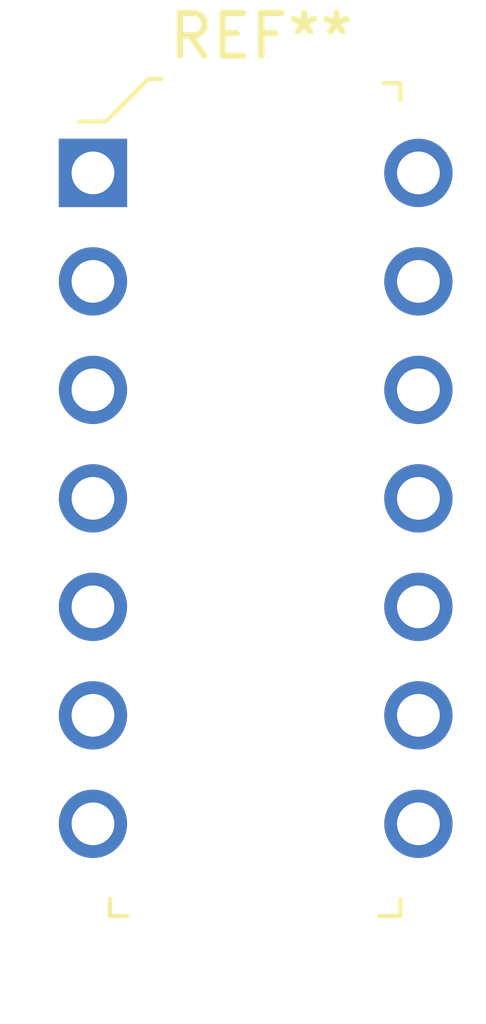
<source format=kicad_pcb>
(kicad_pcb (version 20171130) (host pcbnew "(5.1.6-0-10_14)")

  (general
    (thickness 1.6)
    (drawings 0)
    (tracks 0)
    (zones 0)
    (modules 1)
    (nets 1)
  )

  (page A4)
  (layers
    (0 F.Cu signal)
    (31 B.Cu signal)
    (32 B.Adhes user)
    (33 F.Adhes user)
    (34 B.Paste user)
    (35 F.Paste user)
    (36 B.SilkS user)
    (37 F.SilkS user)
    (38 B.Mask user)
    (39 F.Mask user)
    (40 Dwgs.User user)
    (41 Cmts.User user)
    (42 Eco1.User user)
    (43 Eco2.User user)
    (44 Edge.Cuts user)
    (45 Margin user)
    (46 B.CrtYd user)
    (47 F.CrtYd user)
    (48 B.Fab user)
    (49 F.Fab user)
  )

  (setup
    (last_trace_width 0.25)
    (trace_clearance 0.2)
    (zone_clearance 0.508)
    (zone_45_only no)
    (trace_min 0.2)
    (via_size 0.8)
    (via_drill 0.4)
    (via_min_size 0.4)
    (via_min_drill 0.3)
    (uvia_size 0.3)
    (uvia_drill 0.1)
    (uvias_allowed no)
    (uvia_min_size 0.2)
    (uvia_min_drill 0.1)
    (edge_width 0.05)
    (segment_width 0.2)
    (pcb_text_width 0.3)
    (pcb_text_size 1.5 1.5)
    (mod_edge_width 0.12)
    (mod_text_size 1 1)
    (mod_text_width 0.15)
    (pad_size 1.524 1.524)
    (pad_drill 0.762)
    (pad_to_mask_clearance 0.05)
    (aux_axis_origin 0 0)
    (visible_elements FFFFFF7F)
    (pcbplotparams
      (layerselection 0x010fc_ffffffff)
      (usegerberextensions false)
      (usegerberattributes true)
      (usegerberadvancedattributes true)
      (creategerberjobfile true)
      (excludeedgelayer true)
      (linewidth 0.100000)
      (plotframeref false)
      (viasonmask false)
      (mode 1)
      (useauxorigin false)
      (hpglpennumber 1)
      (hpglpenspeed 20)
      (hpglpendiameter 15.000000)
      (psnegative false)
      (psa4output false)
      (plotreference true)
      (plotvalue true)
      (plotinvisibletext false)
      (padsonsilk false)
      (subtractmaskfromsilk false)
      (outputformat 1)
      (mirror false)
      (drillshape 1)
      (scaleselection 1)
      (outputdirectory ""))
  )

  (net 0 "")

  (net_class Default "This is the default net class."
    (clearance 0.2)
    (trace_width 0.25)
    (via_dia 0.8)
    (via_drill 0.4)
    (uvia_dia 0.3)
    (uvia_drill 0.1)
  )

  (module digikey-footprints:DIP-14_W3mm (layer F.Cu) (tedit 596E717A) (tstamp 5F7D2E55)
    (at 113.03 69.85)
    (fp_text reference REF** (at 3.94 -3.2) (layer F.SilkS)
      (effects (font (size 1 1) (thickness 0.15)))
    )
    (fp_text value DIP-14_W3mm (at 3.52 19.09) (layer F.Fab)
      (effects (font (size 1 1) (thickness 0.15)))
    )
    (fp_text user REF** (at 3.86 7.77) (layer F.Fab)
      (effects (font (size 1 1) (thickness 0.1)))
    )
    (fp_line (start -0.08 -1.2) (end -0.33 -1.2) (layer F.SilkS) (width 0.1))
    (fp_line (start 0.3 -1.2) (end -0.07 -1.2) (layer F.SilkS) (width 0.1))
    (fp_line (start -1.05 -2.25) (end 8.67 -2.25) (layer F.CrtYd) (width 0.1))
    (fp_line (start -1.05 17.55) (end 8.67 17.55) (layer F.CrtYd) (width 0.1))
    (fp_line (start 8.67 17.55) (end 8.67 -2.25) (layer F.CrtYd) (width 0.1))
    (fp_line (start -1.05 -2.25) (end -1.05 17.55) (layer F.CrtYd) (width 0.1))
    (fp_line (start 1.6 -2.2) (end 1.3 -2.2) (layer F.SilkS) (width 0.1))
    (fp_line (start 1.3 -2.2) (end 0.3 -1.2) (layer F.SilkS) (width 0.1))
    (fp_line (start 7.2 -1.7) (end 7.2 -2.1) (layer F.SilkS) (width 0.1))
    (fp_line (start 7.2 -2.1) (end 6.8 -2.1) (layer F.SilkS) (width 0.1))
    (fp_line (start 6.7 17.4) (end 7.2 17.4) (layer F.SilkS) (width 0.1))
    (fp_line (start 7.2 17.4) (end 7.2 17) (layer F.SilkS) (width 0.1))
    (fp_line (start 0.4 17) (end 0.4 17.4) (layer F.SilkS) (width 0.1))
    (fp_line (start 0.4 17.4) (end 0.8 17.4) (layer F.SilkS) (width 0.1))
    (fp_line (start 0.5 -1.1) (end 0.5 17.3) (layer F.Fab) (width 0.1))
    (fp_line (start 1.4 -2) (end 7.1 -2) (layer F.Fab) (width 0.1))
    (fp_line (start 0.5 -1.1) (end 1.4 -2) (layer F.Fab) (width 0.1))
    (fp_line (start 0.5 17.3) (end 7.1 17.3) (layer F.Fab) (width 0.1))
    (fp_line (start 7.1 -2) (end 7.1 17.3) (layer F.Fab) (width 0.1))
    (pad 14 thru_hole circle (at 7.62 0) (size 1.6 1.6) (drill 1) (layers *.Cu *.Mask))
    (pad 13 thru_hole circle (at 7.62 2.54) (size 1.6 1.6) (drill 1) (layers *.Cu *.Mask))
    (pad 12 thru_hole circle (at 7.62 5.08) (size 1.6 1.6) (drill 1) (layers *.Cu *.Mask))
    (pad 11 thru_hole circle (at 7.62 7.62) (size 1.6 1.6) (drill 1) (layers *.Cu *.Mask))
    (pad 10 thru_hole circle (at 7.62 10.16) (size 1.6 1.6) (drill 1) (layers *.Cu *.Mask))
    (pad 9 thru_hole circle (at 7.62 12.7) (size 1.6 1.6) (drill 1) (layers *.Cu *.Mask))
    (pad 8 thru_hole circle (at 7.62 15.24) (size 1.6 1.6) (drill 1) (layers *.Cu *.Mask))
    (pad 7 thru_hole circle (at 0 15.24) (size 1.6 1.6) (drill 1) (layers *.Cu *.Mask))
    (pad 6 thru_hole circle (at 0 12.7) (size 1.6 1.6) (drill 1) (layers *.Cu *.Mask))
    (pad 5 thru_hole circle (at 0 10.16) (size 1.6 1.6) (drill 1) (layers *.Cu *.Mask))
    (pad 4 thru_hole circle (at 0 7.62) (size 1.6 1.6) (drill 1) (layers *.Cu *.Mask))
    (pad 3 thru_hole circle (at 0 5.08) (size 1.6 1.6) (drill 1) (layers *.Cu *.Mask))
    (pad 2 thru_hole circle (at 0 2.54) (size 1.6 1.6) (drill 1) (layers *.Cu *.Mask))
    (pad 1 thru_hole rect (at 0 0) (size 1.6 1.6) (drill 1) (layers *.Cu *.Mask))
  )

)

</source>
